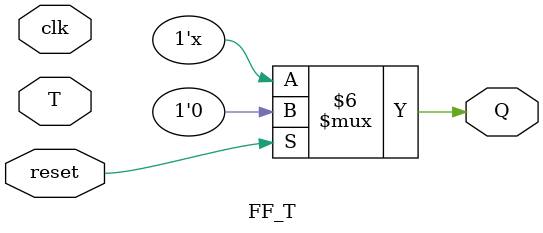
<source format=v>
`timescale 1ns / 1ps


module FF_T(
    input T,
    input clk,
    input reset,
    output reg Q
    );
    
    always @(clk)begin 
        
        if(reset)begin
            Q <= 1'b0;
        end else if(T)begin
            Q<= ~Q;
        end
    end
endmodule

</source>
